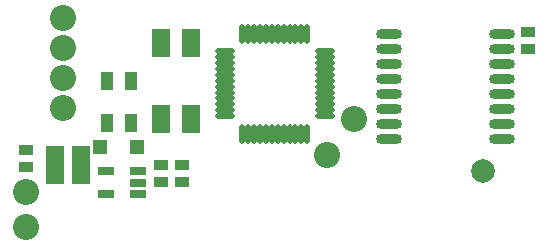
<source format=gbs>
G04*
G04 #@! TF.GenerationSoftware,Altium Limited,Altium Designer,20.2.4 (192)*
G04*
G04 Layer_Color=16711935*
%FSLAX25Y25*%
%MOIN*%
G70*
G04*
G04 #@! TF.SameCoordinates,121250D4-26CC-48BE-A980-2B83B7959B4A*
G04*
G04*
G04 #@! TF.FilePolarity,Negative*
G04*
G01*
G75*
%ADD30R,0.03950X0.06312*%
%ADD31R,0.04658X0.03477*%
%ADD38C,0.08674*%
%ADD39C,0.07887*%
%ADD52R,0.06312X0.09461*%
%ADD53R,0.05918X0.12611*%
%ADD54R,0.05328X0.03162*%
%ADD55R,0.04737X0.05131*%
%ADD56O,0.01981X0.06509*%
%ADD57O,0.06509X0.01981*%
%ADD58O,0.08674X0.03359*%
D30*
X-46965Y-4000D02*
D03*
X-55035D02*
D03*
Y10000D02*
D03*
X-46965D02*
D03*
D31*
X-82000Y-13244D02*
D03*
Y-18756D02*
D03*
X-37000Y-23756D02*
D03*
Y-18244D02*
D03*
X-30000Y-23756D02*
D03*
Y-18244D02*
D03*
X85300Y26156D02*
D03*
Y20644D02*
D03*
D38*
X18400Y-14600D02*
D03*
X27500Y-2900D02*
D03*
X-69685Y748D02*
D03*
Y10748D02*
D03*
Y20748D02*
D03*
Y30748D02*
D03*
X-81900Y-26989D02*
D03*
Y-38800D02*
D03*
D39*
X70400Y-20000D02*
D03*
D52*
X-27079Y-2598D02*
D03*
X-36921D02*
D03*
Y22598D02*
D03*
X-27079D02*
D03*
D53*
X-72331Y-18000D02*
D03*
X-63669D02*
D03*
D54*
X-44685Y-20260D02*
D03*
Y-24000D02*
D03*
Y-27740D02*
D03*
X-55315D02*
D03*
Y-20260D02*
D03*
D55*
X-44898Y-12000D02*
D03*
X-57102D02*
D03*
D56*
X-9827Y-7634D02*
D03*
X-7858D02*
D03*
X-5890D02*
D03*
X-3921D02*
D03*
X-1953D02*
D03*
X16D02*
D03*
X1984D02*
D03*
X3953D02*
D03*
X5921D02*
D03*
X7890D02*
D03*
X9858D02*
D03*
X11827D02*
D03*
Y25634D02*
D03*
X9858D02*
D03*
X7890D02*
D03*
X5921D02*
D03*
X3953D02*
D03*
X1984D02*
D03*
X16D02*
D03*
X-1953D02*
D03*
X-3921D02*
D03*
X-5890D02*
D03*
X-7858D02*
D03*
X-9827D02*
D03*
D57*
X17634Y-1827D02*
D03*
Y142D02*
D03*
Y2110D02*
D03*
Y4079D02*
D03*
Y6047D02*
D03*
Y8016D02*
D03*
Y9984D02*
D03*
Y11953D02*
D03*
Y13921D02*
D03*
Y15890D02*
D03*
Y17858D02*
D03*
Y19827D02*
D03*
X-15634D02*
D03*
Y17858D02*
D03*
Y15890D02*
D03*
Y13921D02*
D03*
Y11953D02*
D03*
Y9984D02*
D03*
Y8016D02*
D03*
Y6047D02*
D03*
Y4079D02*
D03*
Y2110D02*
D03*
Y142D02*
D03*
Y-1827D02*
D03*
D58*
X76898Y25500D02*
D03*
Y20500D02*
D03*
Y15500D02*
D03*
Y10500D02*
D03*
Y5500D02*
D03*
Y500D02*
D03*
Y-4500D02*
D03*
Y-9500D02*
D03*
X39102Y25500D02*
D03*
Y20500D02*
D03*
Y15500D02*
D03*
Y10500D02*
D03*
Y5500D02*
D03*
Y500D02*
D03*
Y-4500D02*
D03*
Y-9500D02*
D03*
M02*

</source>
